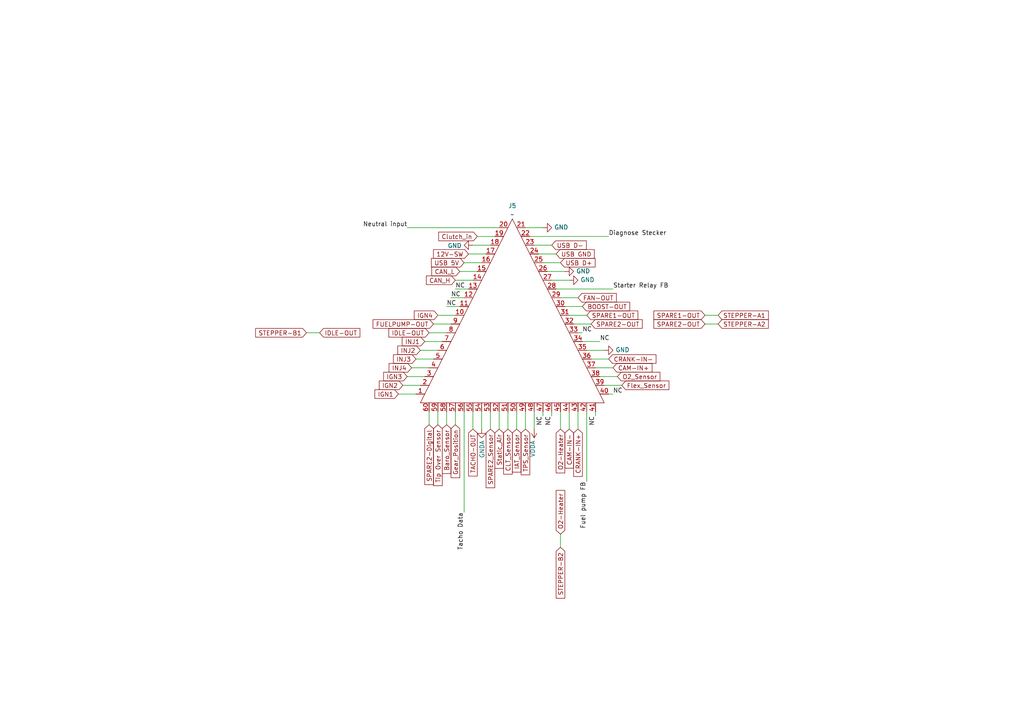
<source format=kicad_sch>
(kicad_sch (version 20250114) (generator "eeschema") (generator_version "9.0")
  (paper "A4")
  (lib_symbols
    (symbol "connector:6437288-3"
      (property "Reference" "J" (at 0 0 0))
      (symbol "6437288-3_0_1"
        (polyline (pts (xy -26.67 -27.94) (xy 0 25.4) (xy 26.67 -27.94) (xy -26.67 -27.94)))
      )
      (symbol "6437288-3_1_1"
        (pin passive line (at -27.94 -25.4 0) (length 2.54) (name "~") (number "1"))
        (pin passive line (at -26.67 -22.86 0) (length 2.54) (name "~") (number "2"))
        (pin passive line (at -25.4 -20.32 0) (length 2.54) (name "~") (number "3"))
        (pin passive line (at -24.13 -17.78 0) (length 2.54) (name "~") (number "4"))
        (pin passive line (at -24.13 -30.48 90) (length 2.54) (name "~") (number "60"))
        (pin passive line (at -22.86 -15.24 0) (length 2.54) (name "~") (number "5"))
        (pin passive line (at -21.59 -12.7 0) (length 2.54) (name "~") (number "6"))
        (pin passive line (at -21.59 -30.48 90) (length 2.54) (name "~") (number "59"))
        (pin passive line (at -20.32 -10.16 0) (length 2.54) (name "~") (number "7"))
        (pin passive line (at -19.05 -7.62 0) (length 2.54) (name "~") (number "8"))
        (pin passive line (at -19.05 -30.48 90) (length 2.54) (name "~") (number "58"))
        (pin passive line (at -17.78 -5.08 0) (length 2.54) (name "~") (number "9"))
        (pin passive line (at -16.51 -2.54 0) (length 2.54) (name "~") (number "10"))
        (pin passive line (at -16.51 -30.48 90) (length 2.54) (name "~") (number "57"))
        (pin passive line (at -15.24 0 0) (length 2.54) (name "~") (number "11"))
        (pin passive line (at -13.97 2.54 0) (length 2.54) (name "~") (number "12"))
        (pin passive line (at -13.97 -30.48 90) (length 2.54) (name "~") (number "56"))
        (pin passive line (at -12.7 5.08 0) (length 2.54) (name "~") (number "13"))
        (pin passive line (at -11.43 7.62 0) (length 2.54) (name "~") (number "14"))
        (pin passive line (at -11.43 -30.48 90) (length 2.54) (name "~") (number "55"))
        (pin passive line (at -10.16 10.16 0) (length 2.54) (name "~") (number "15"))
        (pin passive line (at -8.89 12.7 0) (length 2.54) (name "~") (number "16"))
        (pin passive line (at -8.89 -30.48 90) (length 2.54) (name "~") (number "54"))
        (pin passive line (at -7.62 15.24 0) (length 2.54) (name "~") (number "17"))
        (pin passive line (at -6.35 17.78 0) (length 2.54) (name "~") (number "18"))
        (pin passive line (at -6.35 -30.48 90) (length 2.54) (name "~") (number "53"))
        (pin passive line (at -5.08 20.32 0) (length 2.54) (name "~") (number "19"))
        (pin passive line (at -3.81 22.86 0) (length 2.54) (name "~") (number "20"))
        (pin passive line (at -3.81 -30.48 90) (length 2.54) (name "~") (number "52"))
        (pin passive line (at -1.27 -30.48 90) (length 2.54) (name "~") (number "51"))
        (pin passive line (at 1.27 -30.48 90) (length 2.54) (name "~") (number "50"))
        (pin passive line (at 3.81 22.86 180) (length 2.54) (name "~") (number "21"))
        (pin passive line (at 3.81 -30.48 90) (length 2.54) (name "~") (number "49"))
        (pin passive line (at 5.08 20.32 180) (length 2.54) (name "~") (number "22"))
        (pin passive line (at 6.35 17.78 180) (length 2.54) (name "~") (number "23"))
        (pin passive line (at 6.35 -30.48 90) (length 2.54) (name "~") (number "48"))
        (pin passive line (at 7.62 15.24 180) (length 2.54) (name "~") (number "24"))
        (pin passive line (at 8.89 12.7 180) (length 2.54) (name "~") (number "25"))
        (pin passive line (at 8.89 -30.48 90) (length 2.54) (name "~") (number "47"))
        (pin passive line (at 10.16 10.16 180) (length 2.54) (name "~") (number "26"))
        (pin passive line (at 11.43 7.62 180) (length 2.54) (name "~") (number "27"))
        (pin passive line (at 11.43 -30.48 90) (length 2.54) (name "~") (number "46"))
        (pin passive line (at 12.7 5.08 180) (length 2.54) (name "~") (number "28"))
        (pin passive line (at 13.97 2.54 180) (length 2.54) (name "~") (number "29"))
        (pin passive line (at 13.97 -30.48 90) (length 2.54) (name "~") (number "45"))
        (pin passive line (at 15.24 0 180) (length 2.54) (name "~") (number "30"))
        (pin passive line (at 16.51 -2.54 180) (length 2.54) (name "~") (number "31"))
        (pin passive line (at 16.51 -30.48 90) (length 2.54) (name "~") (number "44"))
        (pin passive line (at 17.78 -5.08 180) (length 2.54) (name "~") (number "32"))
        (pin passive line (at 19.05 -7.62 180) (length 2.54) (name "~") (number "33"))
        (pin passive line (at 19.05 -30.48 90) (length 2.54) (name "~") (number "43"))
        (pin passive line (at 20.32 -10.16 180) (length 2.54) (name "~") (number "34"))
        (pin passive line (at 21.59 -12.7 180) (length 2.54) (name "~") (number "35"))
        (pin passive line (at 21.59 -30.48 90) (length 2.54) (name "~") (number "42"))
        (pin passive line (at 22.86 -15.24 180) (length 2.54) (name "~") (number "36"))
        (pin passive line (at 24.13 -17.78 180) (length 2.54) (name "~") (number "37"))
        (pin passive line (at 24.13 -30.48 90) (length 2.54) (name "~") (number "41"))
        (pin passive line (at 25.4 -20.32 180) (length 2.54) (name "~") (number "38"))
        (pin passive line (at 26.67 -22.86 180) (length 2.54) (name "~") (number "39"))
        (pin passive line (at 27.94 -25.4 180) (length 2.54) (name "~") (number "40"))
      )
    )
    (symbol "power:GND" (power) (pin_names (offset 0))
      (property "Value" "GND" (at 0 -3.81 0))
      (symbol "GND_0_1"
        (polyline (pts (xy 0 0) (xy 0 -1.27) (xy 1.27 -1.27) (xy 0 -2.54) (xy -1.27 -1.27) (xy 0 -1.27)))
      )
      (symbol "GND_1_1"
        (pin power_in line (at 0 0 270) (length 0) (hide yes) (name "GND") (number "1"))
      )
    )
    (symbol "power:GNDA" (power) (pin_names (offset 0))
      (property "Value" "GNDA" (at 0 -3.81 0))
      (symbol "GNDA_0_1"
        (polyline (pts (xy 0 0) (xy 0 -1.27) (xy 1.27 -1.27) (xy 0 -2.54) (xy -1.27 -1.27) (xy 0 -1.27)))
      )
      (symbol "GNDA_1_1"
        (pin power_in line (at 0 0 270) (length 0) (hide yes) (name "GNDA") (number "1"))
      )
    )
    (symbol "power:VDDA" (power) (pin_names (offset 0))
      (property "Value" "VDDA" (at 0 3.81 0))
      (symbol "VDDA_0_1"
        (polyline (pts (xy -0.762 1.27) (xy 0 2.54)))
        (polyline (pts (xy 0 2.54) (xy 0.762 1.27)))
        (polyline (pts (xy 0 0) (xy 0 2.54)))
      )
      (symbol "VDDA_1_1"
        (pin power_in line (at 0 0 90) (length 0) (hide yes) (name "VDDA") (number "1"))
      )
    )
  )
  (wire (pts (xy 171.45 104.14) (xy 176.53 104.14)))
  (wire (pts (xy 156.21 73.66) (xy 161.29 73.66)))
  (wire (pts (xy 120.65 104.14) (xy 125.73 104.14)))
  (wire (pts (xy 144.78 119.38) (xy 144.78 124.46)))
  (wire (pts (xy 132.08 83.82) (xy 135.89 83.82)))
  (wire (pts (xy 173.99 109.22) (xy 179.07 109.22)))
  (wire (pts (xy 172.72 106.68) (xy 177.8 106.68)))
  (wire (pts (xy 115.57 114.3) (xy 120.65 114.3)))
  (wire (pts (xy 166.37 93.98) (xy 171.45 93.98)))
  (wire (pts (xy 133.35 78.74) (xy 138.43 78.74)))
  (wire (pts (xy 157.48 76.2) (xy 162.56 76.2)))
  (wire (pts (xy 160.02 81.28) (xy 165.1 81.28)))
  (wire (pts (xy 152.4 119.38) (xy 152.4 124.46)))
  (wire (pts (xy 204.47 93.98) (xy 208.28 93.98)))
  (wire (pts (xy 149.86 119.38) (xy 149.86 124.46)))
  (wire (pts (xy 172.72 119.38) (xy 172.72 120.65)))
  (wire (pts (xy 176.53 114.3) (xy 177.8 114.3)))
  (wire (pts (xy 134.62 119.38) (xy 134.62 148.59)))
  (wire (pts (xy 167.64 96.52) (xy 168.91 96.52)))
  (wire (pts (xy 125.73 93.98) (xy 130.81 93.98)))
  (wire (pts (xy 158.75 78.74) (xy 163.83 78.74)))
  (wire (pts (xy 130.81 86.36) (xy 134.62 86.36)))
  (wire (pts (xy 154.94 119.38) (xy 154.94 124.46)))
  (wire (pts (xy 134.62 76.2) (xy 139.7 76.2)))
  (wire (pts (xy 170.18 101.6) (xy 175.26 101.6)))
  (wire (pts (xy 139.7 119.38) (xy 139.7 124.46)))
  (wire (pts (xy 160.02 119.38) (xy 160.02 120.65)))
  (wire (pts (xy 118.11 109.22) (xy 123.19 109.22)))
  (wire (pts (xy 154.94 71.12) (xy 160.02 71.12)))
  (wire (pts (xy 167.64 119.38) (xy 167.64 124.46)))
  (wire (pts (xy 129.54 88.9) (xy 133.35 88.9)))
  (wire (pts (xy 124.46 119.38) (xy 124.46 123.19)))
  (wire (pts (xy 119.38 106.68) (xy 124.46 106.68)))
  (wire (pts (xy 162.56 86.36) (xy 167.64 86.36)))
  (wire (pts (xy 163.83 88.9) (xy 168.91 88.9)))
  (wire (pts (xy 88.9 96.52) (xy 92.71 96.52)))
  (wire (pts (xy 124.46 96.52) (xy 129.54 96.52)))
  (wire (pts (xy 165.1 91.44) (xy 170.18 91.44)))
  (wire (pts (xy 129.54 119.38) (xy 129.54 123.19)))
  (wire (pts (xy 121.92 101.6) (xy 127 101.6)))
  (wire (pts (xy 165.1 119.38) (xy 165.1 124.46)))
  (wire (pts (xy 132.08 81.28) (xy 137.16 81.28)))
  (wire (pts (xy 208.28 91.44) (xy 204.47 91.44)))
  (wire (pts (xy 137.16 119.38) (xy 137.16 124.46)))
  (wire (pts (xy 147.32 119.38) (xy 147.32 124.46)))
  (wire (pts (xy 168.91 99.06) (xy 173.99 99.06)))
  (wire (pts (xy 138.43 68.58) (xy 143.51 68.58)))
  (wire (pts (xy 132.08 119.38) (xy 132.08 123.19)))
  (wire (pts (xy 123.19 99.06) (xy 128.27 99.06)))
  (wire (pts (xy 152.4 66.04) (xy 157.48 66.04)))
  (wire (pts (xy 127 119.38) (xy 127 123.19)))
  (wire (pts (xy 127 91.44) (xy 132.08 91.44)))
  (wire (pts (xy 170.18 119.38) (xy 170.18 139.7)))
  (wire (pts (xy 161.29 83.82) (xy 177.8 83.82)))
  (wire (pts (xy 142.24 119.38) (xy 142.24 124.46)))
  (wire (pts (xy 157.48 119.38) (xy 157.48 120.65)))
  (wire (pts (xy 137.16 71.12) (xy 142.24 71.12)))
  (wire (pts (xy 162.56 119.38) (xy 162.56 124.46)))
  (wire (pts (xy 118.11 66.04) (xy 144.78 66.04)))
  (wire (pts (xy 162.56 154.94) (xy 162.56 158.75)))
  (wire (pts (xy 116.84 111.76) (xy 121.92 111.76)))
  (wire (pts (xy 175.26 111.76) (xy 180.34 111.76)))
  (wire (pts (xy 135.89 73.66) (xy 140.97 73.66)))
  (wire (pts (xy 153.67 68.58) (xy 176.53 68.58)))
  (label "NC" (at 160.02 120.65 270))
  (label "NC" (at 168.91 96.52 0))
  (label "Fuel pump FB" (at 170.18 139.7 270))
  (label "NC" (at 130.81 86.36 0))
  (label "NC" (at 172.72 120.65 270))
  (label "NC" (at 157.48 120.65 270))
  (label "Diagnose Stecker" (at 176.53 68.58 0))
  (label "Neutral input" (at 118.11 66.04 180))
  (label "NC" (at 132.08 83.82 0))
  (label "NC" (at 173.99 99.06 0))
  (label "Starter Relay FB" (at 177.8 83.82 0))
  (label "Tacho Data" (at 134.62 148.59 270))
  (label "NC" (at 177.8 114.3 0))
  (label "NC" (at 129.54 88.9 0))
  (global_label "IGN4" (shape input) (at 127 91.44 180) (property "Intersheetrefs" "${INTERSHEET_REFS}" (effects (hide yes))))
  (global_label "CLT_Sensor" (shape input) (at 147.32 124.46 270) (property "Intersheetrefs" "${INTERSHEET_REFS}" (effects (hide yes))))
  (global_label "IGN3" (shape input) (at 118.11 109.22 180) (property "Intersheetrefs" "${INTERSHEET_REFS}" (effects (hide yes))))
  (global_label "12V-SW" (shape input) (at 135.89 73.66 180) (property "Intersheetrefs" "${INTERSHEET_REFS}" (effects (hide yes))))
  (global_label "INJ2" (shape input) (at 121.92 101.6 180) (property "Intersheetrefs" "${INTERSHEET_REFS}" (effects (hide yes))))
  (global_label "CRANK-IN-" (shape input) (at 176.53 104.14 0) (property "Intersheetrefs" "${INTERSHEET_REFS}" (effects (hide yes))))
  (global_label "SPARE2-Digital" (shape input) (at 124.46 123.19 270) (property "Intersheetrefs" "${INTERSHEET_REFS}" (effects (hide yes))))
  (global_label "CAM-IN-" (shape input) (at 165.1 124.46 270) (property "Intersheetrefs" "${INTERSHEET_REFS}" (effects (hide yes))))
  (global_label "IDLE-OUT" (shape input) (at 124.46 96.52 180) (property "Intersheetrefs" "${INTERSHEET_REFS}" (effects (hide yes))))
  (global_label "FUELPUMP-OUT" (shape input) (at 125.73 93.98 180) (property "Intersheetrefs" "${INTERSHEET_REFS}" (effects (hide yes))))
  (global_label "CRANK-IN+" (shape input) (at 167.64 124.46 270) (property "Intersheetrefs" "${INTERSHEET_REFS}" (effects (hide yes))))
  (global_label "Static_Air" (shape input) (at 144.78 124.46 270) (property "Intersheetrefs" "${INTERSHEET_REFS}" (effects (hide yes))))
  (global_label "CAM-IN+" (shape input) (at 177.8 106.68 0) (property "Intersheetrefs" "${INTERSHEET_REFS}" (effects (hide yes))))
  (global_label "INJ4" (shape input) (at 119.38 106.68 180) (property "Intersheetrefs" "${INTERSHEET_REFS}" (effects (hide yes))))
  (global_label "Tip Over Sensor" (shape input) (at 127 123.19 270) (property "Intersheetrefs" "${INTERSHEET_REFS}" (effects (hide yes))))
  (global_label "IGN1" (shape input) (at 115.57 114.3 180) (property "Intersheetrefs" "${INTERSHEET_REFS}" (effects (hide yes))))
  (global_label "USB D+" (shape input) (at 162.56 76.2 0) (property "Intersheetrefs" "${INTERSHEET_REFS}" (effects (hide yes))))
  (global_label "O2-Heater" (shape input) (at 162.56 154.94 90) (property "Intersheetrefs" "${INTERSHEET_REFS}" (effects (hide yes))))
  (global_label "SPARE1-OUT" (shape input) (at 170.18 91.44 0) (property "Intersheetrefs" "${INTERSHEET_REFS}" (effects (hide yes))))
  (global_label "IAT_Sensor" (shape input) (at 149.86 124.46 270) (property "Intersheetrefs" "${INTERSHEET_REFS}" (effects (hide yes))))
  (global_label "TACHO-OUT" (shape input) (at 137.16 124.46 270) (property "Intersheetrefs" "${INTERSHEET_REFS}" (effects (hide yes))))
  (global_label "IDLE-OUT" (shape input) (at 92.71 96.52 0) (property "Intersheetrefs" "${INTERSHEET_REFS}" (effects (hide yes))))
  (global_label "TPS_Sensor" (shape input) (at 152.4 124.46 270) (property "Intersheetrefs" "${INTERSHEET_REFS}" (effects (hide yes))))
  (global_label "SPARE1-OUT" (shape input) (at 204.47 91.44 180) (property "Intersheetrefs" "${INTERSHEET_REFS}" (effects (hide yes))))
  (global_label "USB D-" (shape input) (at 160.02 71.12 0) (property "Intersheetrefs" "${INTERSHEET_REFS}" (effects (hide yes))))
  (global_label "BOOST-OUT" (shape input) (at 168.91 88.9 0) (property "Intersheetrefs" "${INTERSHEET_REFS}" (effects (hide yes))))
  (global_label "Flex_Sensor" (shape input) (at 180.34 111.76 0) (property "Intersheetrefs" "${INTERSHEET_REFS}" (effects (hide yes))))
  (global_label "SPARE2_Sensor" (shape input) (at 142.24 124.46 270) (property "Intersheetrefs" "${INTERSHEET_REFS}" (effects (hide yes))))
  (global_label "FAN-OUT" (shape input) (at 167.64 86.36 0) (property "Intersheetrefs" "${INTERSHEET_REFS}" (effects (hide yes))))
  (global_label "USB 5V" (shape input) (at 134.62 76.2 180) (property "Intersheetrefs" "${INTERSHEET_REFS}" (effects (hide yes))))
  (global_label "STEPPER-A1" (shape input) (at 208.28 91.44 0) (property "Intersheetrefs" "${INTERSHEET_REFS}" (effects (hide yes))))
  (global_label "STEPPER-A2" (shape input) (at 208.28 93.98 0) (property "Intersheetrefs" "${INTERSHEET_REFS}" (effects (hide yes))))
  (global_label "CAN_L" (shape input) (at 133.35 78.74 180) (property "Intersheetrefs" "${INTERSHEET_REFS}" (effects (hide yes))))
  (global_label "SPARE2-OUT" (shape input) (at 204.47 93.98 180) (property "Intersheetrefs" "${INTERSHEET_REFS}" (effects (hide yes))))
  (global_label "Gear_Position" (shape input) (at 132.08 123.19 270) (property "Intersheetrefs" "${INTERSHEET_REFS}" (effects (hide yes))))
  (global_label "SPARE2-OUT" (shape input) (at 171.45 93.98 0) (property "Intersheetrefs" "${INTERSHEET_REFS}" (effects (hide yes))))
  (global_label "STEPPER-B2" (shape input) (at 162.56 158.75 270) (property "Intersheetrefs" "${INTERSHEET_REFS}" (effects (hide yes))))
  (global_label "CAN_H" (shape input) (at 132.08 81.28 180) (property "Intersheetrefs" "${INTERSHEET_REFS}" (effects (hide yes))))
  (global_label "O2_Sensor" (shape input) (at 179.07 109.22 0) (property "Intersheetrefs" "${INTERSHEET_REFS}" (effects (hide yes))))
  (global_label "O2-Heater" (shape input) (at 162.56 124.46 270) (property "Intersheetrefs" "${INTERSHEET_REFS}" (effects (hide yes))))
  (global_label "INJ1" (shape input) (at 123.19 99.06 180) (property "Intersheetrefs" "${INTERSHEET_REFS}" (effects (hide yes))))
  (global_label "STEPPER-B1" (shape input) (at 88.9 96.52 180) (property "Intersheetrefs" "${INTERSHEET_REFS}" (effects (hide yes))))
  (global_label "USB GND" (shape input) (at 161.29 73.66 0) (property "Intersheetrefs" "${INTERSHEET_REFS}" (effects (hide yes))))
  (global_label "Clutch_in" (shape input) (at 138.43 68.58 180) (property "Intersheetrefs" "${INTERSHEET_REFS}" (effects (hide yes))))
  (global_label "Baro_Sensor" (shape input) (at 129.54 123.19 270) (property "Intersheetrefs" "${INTERSHEET_REFS}" (effects (hide yes))))
  (global_label "INJ3" (shape input) (at 120.65 104.14 180) (property "Intersheetrefs" "${INTERSHEET_REFS}" (effects (hide yes))))
  (global_label "IGN2" (shape input) (at 116.84 111.76 180) (property "Intersheetrefs" "${INTERSHEET_REFS}" (effects (hide yes))))
  (symbol (lib_id "power:GND") (at 175.26 101.6 90) (unit 1)
    (property "Reference" "#PWR0132" (effects (hide yes)))
    (property "Value" "GND" (at 178.5112 101.473 90) (effects (justify right)))
  )
  (symbol (lib_id "power:GND") (at 157.48 66.04 90) (unit 1)
    (property "Reference" "#PWR019" (effects (hide yes)))
    (property "Value" "GND" (at 160.7312 65.913 90) (effects (justify right)))
  )
  (symbol (lib_id "power:VDDA") (at 154.94 124.46 180) (unit 1)
    (property "Reference" "#PWR018" (effects (hide yes)))
    (property "Value" "VDDA" (at 154.4828 127.7112 90) (effects (justify left)))
  )
  (symbol (lib_id "power:GND") (at 165.1 81.28 90) (unit 1)
    (property "Reference" "#PWR01" (effects (hide yes)))
    (property "Value" "GND" (at 168.3512 81.153 90) (effects (justify right)))
  )
  (symbol (lib_id "power:GNDA") (at 139.7 124.46 0) (unit 1)
    (property "Reference" "#PWR020" (effects (hide yes)))
    (property "Value" "GNDA" (at 139.827 127.7112 90) (effects (justify right)))
  )
  (symbol (lib_id "connector:6437288-3") (at 148.59 88.9 0) (unit 1)
    (property "Reference" "J5" (at 148.59 59.69 0))
    (property "Value" "~" (at 148.59 62.23 0))
    (property "Footprint" "connector:6437288-3" (effects (hide yes)))
  )
  (symbol (lib_id "power:GND") (at 137.16 71.12 270) (unit 1)
    (property "Reference" "#PWR017" (effects (hide yes)))
    (property "Value" "GND" (at 133.9088 71.247 90) (effects (justify right)))
  )
  (symbol (lib_id "power:GND") (at 163.83 78.74 90) (unit 1)
    (property "Reference" "#PWR016" (effects (hide yes)))
    (property "Value" "GND" (at 167.0812 78.613 90) (effects (justify right)))
  )
)
</source>
